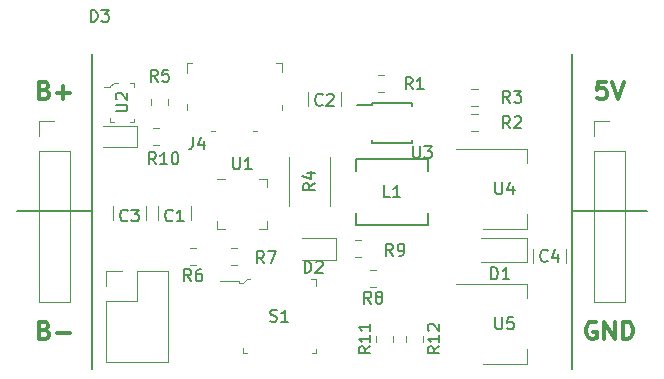
<source format=gbr>
G04 #@! TF.GenerationSoftware,KiCad,Pcbnew,(5.0.1)-3*
G04 #@! TF.CreationDate,2019-12-21T11:02:08-05:00*
G04 #@! TF.ProjectId,BMS Module,424D53204D6F64756C652E6B69636164,rev?*
G04 #@! TF.SameCoordinates,Original*
G04 #@! TF.FileFunction,Legend,Top*
G04 #@! TF.FilePolarity,Positive*
%FSLAX46Y46*%
G04 Gerber Fmt 4.6, Leading zero omitted, Abs format (unit mm)*
G04 Created by KiCad (PCBNEW (5.0.1)-3) date 12/21/2019 11:02:08 AM*
%MOMM*%
%LPD*%
G01*
G04 APERTURE LIST*
%ADD10C,0.300000*%
%ADD11C,0.200000*%
%ADD12C,0.120000*%
%ADD13C,0.150000*%
%ADD14C,0.100000*%
G04 APERTURE END LIST*
D10*
X98238571Y-73552857D02*
X98452857Y-73624285D01*
X98524285Y-73695714D01*
X98595714Y-73838571D01*
X98595714Y-74052857D01*
X98524285Y-74195714D01*
X98452857Y-74267142D01*
X98310000Y-74338571D01*
X97738571Y-74338571D01*
X97738571Y-72838571D01*
X98238571Y-72838571D01*
X98381428Y-72910000D01*
X98452857Y-72981428D01*
X98524285Y-73124285D01*
X98524285Y-73267142D01*
X98452857Y-73410000D01*
X98381428Y-73481428D01*
X98238571Y-73552857D01*
X97738571Y-73552857D01*
X99238571Y-73767142D02*
X100381428Y-73767142D01*
X99810000Y-74338571D02*
X99810000Y-73195714D01*
X98238571Y-93872857D02*
X98452857Y-93944285D01*
X98524285Y-94015714D01*
X98595714Y-94158571D01*
X98595714Y-94372857D01*
X98524285Y-94515714D01*
X98452857Y-94587142D01*
X98310000Y-94658571D01*
X97738571Y-94658571D01*
X97738571Y-93158571D01*
X98238571Y-93158571D01*
X98381428Y-93230000D01*
X98452857Y-93301428D01*
X98524285Y-93444285D01*
X98524285Y-93587142D01*
X98452857Y-93730000D01*
X98381428Y-93801428D01*
X98238571Y-93872857D01*
X97738571Y-93872857D01*
X99238571Y-94087142D02*
X100381428Y-94087142D01*
X144907142Y-93230000D02*
X144764285Y-93158571D01*
X144550000Y-93158571D01*
X144335714Y-93230000D01*
X144192857Y-93372857D01*
X144121428Y-93515714D01*
X144050000Y-93801428D01*
X144050000Y-94015714D01*
X144121428Y-94301428D01*
X144192857Y-94444285D01*
X144335714Y-94587142D01*
X144550000Y-94658571D01*
X144692857Y-94658571D01*
X144907142Y-94587142D01*
X144978571Y-94515714D01*
X144978571Y-94015714D01*
X144692857Y-94015714D01*
X145621428Y-94658571D02*
X145621428Y-93158571D01*
X146478571Y-94658571D01*
X146478571Y-93158571D01*
X147192857Y-94658571D02*
X147192857Y-93158571D01*
X147550000Y-93158571D01*
X147764285Y-93230000D01*
X147907142Y-93372857D01*
X147978571Y-93515714D01*
X148050000Y-93801428D01*
X148050000Y-94015714D01*
X147978571Y-94301428D01*
X147907142Y-94444285D01*
X147764285Y-94587142D01*
X147550000Y-94658571D01*
X147192857Y-94658571D01*
X145764285Y-72838571D02*
X145050000Y-72838571D01*
X144978571Y-73552857D01*
X145050000Y-73481428D01*
X145192857Y-73410000D01*
X145550000Y-73410000D01*
X145692857Y-73481428D01*
X145764285Y-73552857D01*
X145835714Y-73695714D01*
X145835714Y-74052857D01*
X145764285Y-74195714D01*
X145692857Y-74267142D01*
X145550000Y-74338571D01*
X145192857Y-74338571D01*
X145050000Y-74267142D01*
X144978571Y-74195714D01*
X146264285Y-72838571D02*
X146764285Y-74338571D01*
X147264285Y-72838571D01*
D11*
X144780000Y-83820000D02*
X149225000Y-83820000D01*
X142875000Y-83820000D02*
X142875000Y-97155000D01*
X142875000Y-83820000D02*
X142875000Y-70485000D01*
X144780000Y-83820000D02*
X142875000Y-83820000D01*
X100330000Y-83820000D02*
X95885000Y-83820000D01*
X102235000Y-83820000D02*
X102235000Y-97155000D01*
X102235000Y-83820000D02*
X102235000Y-70485000D01*
X100330000Y-83820000D02*
X102235000Y-83820000D01*
D12*
G04 #@! TO.C,C1*
X107860000Y-83347936D02*
X107860000Y-84552064D01*
X110580000Y-83347936D02*
X110580000Y-84552064D01*
G04 #@! TO.C,C2*
X120560000Y-74897064D02*
X120560000Y-73692936D01*
X123280000Y-74897064D02*
X123280000Y-73692936D01*
G04 #@! TO.C,C3*
X104050000Y-83347936D02*
X104050000Y-84552064D01*
X106770000Y-83347936D02*
X106770000Y-84552064D01*
G04 #@! TO.C,C4*
X142330000Y-87027936D02*
X142330000Y-88232064D01*
X139610000Y-87027936D02*
X139610000Y-88232064D01*
G04 #@! TO.C,J7*
X144720000Y-76140000D02*
X146050000Y-76140000D01*
X144720000Y-77470000D02*
X144720000Y-76140000D01*
X144720000Y-78740000D02*
X147380000Y-78740000D01*
X147380000Y-78740000D02*
X147380000Y-91500000D01*
X144720000Y-78740000D02*
X144720000Y-91500000D01*
X144720000Y-91500000D02*
X147380000Y-91500000D01*
G04 #@! TO.C,J2*
X97730000Y-91500000D02*
X100390000Y-91500000D01*
X97730000Y-78740000D02*
X97730000Y-91500000D01*
X100390000Y-78740000D02*
X100390000Y-91500000D01*
X97730000Y-78740000D02*
X100390000Y-78740000D01*
X97730000Y-77470000D02*
X97730000Y-76140000D01*
X97730000Y-76140000D02*
X99060000Y-76140000D01*
G04 #@! TO.C,J5*
X103445000Y-96580000D02*
X108645000Y-96580000D01*
X103445000Y-91440000D02*
X103445000Y-96580000D01*
X108645000Y-88840000D02*
X108645000Y-96580000D01*
X103445000Y-91440000D02*
X106045000Y-91440000D01*
X106045000Y-91440000D02*
X106045000Y-88840000D01*
X106045000Y-88840000D02*
X108645000Y-88840000D01*
X103445000Y-90170000D02*
X103445000Y-88840000D01*
X103445000Y-88840000D02*
X104775000Y-88840000D01*
D13*
G04 #@! TO.C,L1*
X124587000Y-80391000D02*
X124587000Y-79375000D01*
X124587000Y-79375000D02*
X130683000Y-79375000D01*
X130683000Y-79375000D02*
X130683000Y-80391000D01*
X130683000Y-83947000D02*
X130683000Y-84963000D01*
X130683000Y-84963000D02*
X124587000Y-84963000D01*
X124587000Y-84963000D02*
X124587000Y-83947000D01*
D12*
G04 #@! TO.C,D1*
X139029000Y-88122000D02*
X139029000Y-86122000D01*
X139029000Y-86122000D02*
X135129000Y-86122000D01*
X139029000Y-88122000D02*
X135129000Y-88122000D01*
G04 #@! TO.C,D3*
X106025000Y-76560000D02*
X103140000Y-76560000D01*
X106025000Y-78380000D02*
X106025000Y-76560000D01*
X103140000Y-78380000D02*
X106025000Y-78380000D01*
G04 #@! TO.C,D2*
X119977500Y-87905000D02*
X122862500Y-87905000D01*
X122862500Y-87905000D02*
X122862500Y-86085000D01*
X122862500Y-86085000D02*
X119977500Y-86085000D01*
G04 #@! TO.C,U1*
X112815000Y-81065000D02*
X113485000Y-81065000D01*
X112815000Y-85305000D02*
X112815000Y-84635000D01*
X112815000Y-85305000D02*
X113485000Y-85305000D01*
X117055000Y-81065000D02*
X116385000Y-81065000D01*
X117055000Y-81065000D02*
X117055000Y-81735000D01*
X117055000Y-85305000D02*
X116385000Y-85305000D01*
X117055000Y-85305000D02*
X117055000Y-84635000D01*
D13*
G04 #@! TO.C,U3*
X125960000Y-74652000D02*
X125960000Y-74827000D01*
X129310000Y-74652000D02*
X129310000Y-74902000D01*
X129310000Y-78002000D02*
X129310000Y-77752000D01*
X125960000Y-78002000D02*
X125960000Y-77752000D01*
X125960000Y-74652000D02*
X129310000Y-74652000D01*
X125960000Y-78002000D02*
X129310000Y-78002000D01*
X125960000Y-74827000D02*
X124710000Y-74827000D01*
D12*
G04 #@! TO.C,U4*
X133060000Y-78505000D02*
X139070000Y-78505000D01*
X135310000Y-85325000D02*
X139070000Y-85325000D01*
X139070000Y-78505000D02*
X139070000Y-79765000D01*
X139070000Y-85325000D02*
X139070000Y-84065000D01*
G04 #@! TO.C,U5*
X139070000Y-96755000D02*
X139070000Y-95495000D01*
X139070000Y-89935000D02*
X139070000Y-91195000D01*
X135310000Y-96755000D02*
X139070000Y-96755000D01*
X133060000Y-89935000D02*
X139070000Y-89935000D01*
G04 #@! TO.C,R12*
X130250000Y-94356422D02*
X130250000Y-94873578D01*
X128830000Y-94356422D02*
X128830000Y-94873578D01*
G04 #@! TO.C,R11*
X127710000Y-94873578D02*
X127710000Y-94356422D01*
X126290000Y-94873578D02*
X126290000Y-94356422D01*
G04 #@! TO.C,R10*
X107388922Y-76760000D02*
X107906078Y-76760000D01*
X107388922Y-78180000D02*
X107906078Y-78180000D01*
G04 #@! TO.C,R9*
X124533922Y-87705000D02*
X125051078Y-87705000D01*
X124533922Y-86285000D02*
X125051078Y-86285000D01*
G04 #@! TO.C,R7*
X114480078Y-88340000D02*
X113962922Y-88340000D01*
X114480078Y-86920000D02*
X113962922Y-86920000D01*
G04 #@! TO.C,R6*
X111051078Y-86920000D02*
X110533922Y-86920000D01*
X111051078Y-88340000D02*
X110533922Y-88340000D01*
G04 #@! TO.C,R5*
X108660000Y-74338922D02*
X108660000Y-74856078D01*
X107240000Y-74338922D02*
X107240000Y-74856078D01*
G04 #@! TO.C,R3*
X134361422Y-74878000D02*
X134878578Y-74878000D01*
X134361422Y-73458000D02*
X134878578Y-73458000D01*
G04 #@! TO.C,R2*
X134878578Y-77037000D02*
X134361422Y-77037000D01*
X134878578Y-75617000D02*
X134361422Y-75617000D01*
G04 #@! TO.C,R1*
X126926078Y-72315000D02*
X126408922Y-72315000D01*
X126926078Y-73735000D02*
X126408922Y-73735000D01*
G04 #@! TO.C,R8*
X126291078Y-90245000D02*
X125773922Y-90245000D01*
X126291078Y-88825000D02*
X125773922Y-88825000D01*
G04 #@! TO.C,R4*
X118940000Y-83332064D02*
X118940000Y-79227936D01*
X122360000Y-83332064D02*
X122360000Y-79227936D01*
D14*
G04 #@! TO.C,U2*
X105775000Y-73290000D02*
X105775000Y-72965000D01*
X105775000Y-72965000D02*
X105475000Y-72965000D01*
X103775000Y-75940000D02*
X103775000Y-76265000D01*
X103775000Y-76265000D02*
X104075000Y-76265000D01*
X105775000Y-75965000D02*
X105775000Y-76265000D01*
X105775000Y-76265000D02*
X105450000Y-76265000D01*
X104100000Y-72965000D02*
X103775000Y-73190000D01*
X103775000Y-73190000D02*
X103775000Y-73290000D01*
X103775000Y-73290000D02*
X103250000Y-73290000D01*
X104100000Y-72965000D02*
X104475000Y-72965000D01*
G04 #@! TO.C,S1*
X115335000Y-89585000D02*
X115635000Y-89585000D01*
X115335000Y-89585000D02*
X114985000Y-89910000D01*
X114985000Y-89910000D02*
X114685000Y-89910000D01*
X114685000Y-89910000D02*
X114685000Y-89685000D01*
X114685000Y-89685000D02*
X113035000Y-89685000D01*
X121235000Y-90135000D02*
X121235000Y-89585000D01*
X121235000Y-89585000D02*
X120735000Y-89585000D01*
X115385000Y-95835000D02*
X114985000Y-95835000D01*
X114985000Y-95835000D02*
X114985000Y-95435000D01*
X121235000Y-95460000D02*
X121235000Y-95835000D01*
X121235000Y-95835000D02*
X120860000Y-95835000D01*
G04 #@! TO.C,J4*
X110250000Y-75260000D02*
X110250000Y-74760000D01*
X112650000Y-77010000D02*
X112350000Y-77010000D01*
X118350000Y-75260000D02*
X118350000Y-74810000D01*
X116200000Y-77010000D02*
X115900000Y-77010000D01*
X118350000Y-72060000D02*
X118350000Y-71260000D01*
X118350000Y-71260000D02*
X117850000Y-71260000D01*
X110700000Y-71260000D02*
X110250000Y-71260000D01*
X110250000Y-71260000D02*
X110250000Y-72110000D01*
G04 #@! TO.C,C1*
D13*
X109053333Y-84587143D02*
X109005714Y-84634762D01*
X108862857Y-84682381D01*
X108767619Y-84682381D01*
X108624761Y-84634762D01*
X108529523Y-84539524D01*
X108481904Y-84444286D01*
X108434285Y-84253810D01*
X108434285Y-84110953D01*
X108481904Y-83920477D01*
X108529523Y-83825239D01*
X108624761Y-83730001D01*
X108767619Y-83682381D01*
X108862857Y-83682381D01*
X109005714Y-83730001D01*
X109053333Y-83777620D01*
X110005714Y-84682381D02*
X109434285Y-84682381D01*
X109720000Y-84682381D02*
X109720000Y-83682381D01*
X109624761Y-83825239D01*
X109529523Y-83920477D01*
X109434285Y-83968096D01*
G04 #@! TO.C,C2*
X121753333Y-74782142D02*
X121705714Y-74829761D01*
X121562857Y-74877380D01*
X121467619Y-74877380D01*
X121324761Y-74829761D01*
X121229523Y-74734523D01*
X121181904Y-74639285D01*
X121134285Y-74448809D01*
X121134285Y-74305952D01*
X121181904Y-74115476D01*
X121229523Y-74020238D01*
X121324761Y-73925000D01*
X121467619Y-73877380D01*
X121562857Y-73877380D01*
X121705714Y-73925000D01*
X121753333Y-73972619D01*
X122134285Y-73972619D02*
X122181904Y-73925000D01*
X122277142Y-73877380D01*
X122515238Y-73877380D01*
X122610476Y-73925000D01*
X122658095Y-73972619D01*
X122705714Y-74067857D01*
X122705714Y-74163095D01*
X122658095Y-74305952D01*
X122086666Y-74877380D01*
X122705714Y-74877380D01*
G04 #@! TO.C,C3*
X105243333Y-84587143D02*
X105195714Y-84634762D01*
X105052857Y-84682381D01*
X104957619Y-84682381D01*
X104814761Y-84634762D01*
X104719523Y-84539524D01*
X104671904Y-84444286D01*
X104624285Y-84253810D01*
X104624285Y-84110953D01*
X104671904Y-83920477D01*
X104719523Y-83825239D01*
X104814761Y-83730001D01*
X104957619Y-83682381D01*
X105052857Y-83682381D01*
X105195714Y-83730001D01*
X105243333Y-83777620D01*
X105576666Y-83682381D02*
X106195714Y-83682381D01*
X105862380Y-84063334D01*
X106005238Y-84063334D01*
X106100476Y-84110953D01*
X106148095Y-84158572D01*
X106195714Y-84253810D01*
X106195714Y-84491905D01*
X106148095Y-84587143D01*
X106100476Y-84634762D01*
X106005238Y-84682381D01*
X105719523Y-84682381D01*
X105624285Y-84634762D01*
X105576666Y-84587143D01*
G04 #@! TO.C,C4*
X140803333Y-87987142D02*
X140755714Y-88034761D01*
X140612857Y-88082380D01*
X140517619Y-88082380D01*
X140374761Y-88034761D01*
X140279523Y-87939523D01*
X140231904Y-87844285D01*
X140184285Y-87653809D01*
X140184285Y-87510952D01*
X140231904Y-87320476D01*
X140279523Y-87225238D01*
X140374761Y-87130000D01*
X140517619Y-87082380D01*
X140612857Y-87082380D01*
X140755714Y-87130000D01*
X140803333Y-87177619D01*
X141660476Y-87415714D02*
X141660476Y-88082380D01*
X141422380Y-87034761D02*
X141184285Y-87749047D01*
X141803333Y-87749047D01*
G04 #@! TO.C,L1*
X127468333Y-82621380D02*
X126992142Y-82621380D01*
X126992142Y-81621380D01*
X128325476Y-82621380D02*
X127754047Y-82621380D01*
X128039761Y-82621380D02*
X128039761Y-81621380D01*
X127944523Y-81764238D01*
X127849285Y-81859476D01*
X127754047Y-81907095D01*
G04 #@! TO.C,D1*
X136040904Y-89574380D02*
X136040904Y-88574380D01*
X136279000Y-88574380D01*
X136421857Y-88622000D01*
X136517095Y-88717238D01*
X136564714Y-88812476D01*
X136612333Y-89002952D01*
X136612333Y-89145809D01*
X136564714Y-89336285D01*
X136517095Y-89431523D01*
X136421857Y-89526761D01*
X136279000Y-89574380D01*
X136040904Y-89574380D01*
X137564714Y-89574380D02*
X136993285Y-89574380D01*
X137279000Y-89574380D02*
X137279000Y-88574380D01*
X137183761Y-88717238D01*
X137088523Y-88812476D01*
X136993285Y-88860095D01*
G04 #@! TO.C,D3*
X102131904Y-67762380D02*
X102131904Y-66762380D01*
X102370000Y-66762380D01*
X102512857Y-66810000D01*
X102608095Y-66905238D01*
X102655714Y-67000476D01*
X102703333Y-67190952D01*
X102703333Y-67333809D01*
X102655714Y-67524285D01*
X102608095Y-67619523D01*
X102512857Y-67714761D01*
X102370000Y-67762380D01*
X102131904Y-67762380D01*
X103036666Y-66762380D02*
X103655714Y-66762380D01*
X103322380Y-67143333D01*
X103465238Y-67143333D01*
X103560476Y-67190952D01*
X103608095Y-67238571D01*
X103655714Y-67333809D01*
X103655714Y-67571904D01*
X103608095Y-67667142D01*
X103560476Y-67714761D01*
X103465238Y-67762380D01*
X103179523Y-67762380D01*
X103084285Y-67714761D01*
X103036666Y-67667142D01*
G04 #@! TO.C,D2*
X120239404Y-89047380D02*
X120239404Y-88047380D01*
X120477500Y-88047380D01*
X120620357Y-88095000D01*
X120715595Y-88190238D01*
X120763214Y-88285476D01*
X120810833Y-88475952D01*
X120810833Y-88618809D01*
X120763214Y-88809285D01*
X120715595Y-88904523D01*
X120620357Y-88999761D01*
X120477500Y-89047380D01*
X120239404Y-89047380D01*
X121191785Y-88142619D02*
X121239404Y-88095000D01*
X121334642Y-88047380D01*
X121572738Y-88047380D01*
X121667976Y-88095000D01*
X121715595Y-88142619D01*
X121763214Y-88237857D01*
X121763214Y-88333095D01*
X121715595Y-88475952D01*
X121144166Y-89047380D01*
X121763214Y-89047380D01*
G04 #@! TO.C,U1*
X114173095Y-79262380D02*
X114173095Y-80071904D01*
X114220714Y-80167142D01*
X114268333Y-80214761D01*
X114363571Y-80262380D01*
X114554047Y-80262380D01*
X114649285Y-80214761D01*
X114696904Y-80167142D01*
X114744523Y-80071904D01*
X114744523Y-79262380D01*
X115744523Y-80262380D02*
X115173095Y-80262380D01*
X115458809Y-80262380D02*
X115458809Y-79262380D01*
X115363571Y-79405238D01*
X115268333Y-79500476D01*
X115173095Y-79548095D01*
G04 #@! TO.C,U3*
X129413095Y-78319380D02*
X129413095Y-79128904D01*
X129460714Y-79224142D01*
X129508333Y-79271761D01*
X129603571Y-79319380D01*
X129794047Y-79319380D01*
X129889285Y-79271761D01*
X129936904Y-79224142D01*
X129984523Y-79128904D01*
X129984523Y-78319380D01*
X130365476Y-78319380D02*
X130984523Y-78319380D01*
X130651190Y-78700333D01*
X130794047Y-78700333D01*
X130889285Y-78747952D01*
X130936904Y-78795571D01*
X130984523Y-78890809D01*
X130984523Y-79128904D01*
X130936904Y-79224142D01*
X130889285Y-79271761D01*
X130794047Y-79319380D01*
X130508333Y-79319380D01*
X130413095Y-79271761D01*
X130365476Y-79224142D01*
G04 #@! TO.C,U4*
X136398095Y-81367380D02*
X136398095Y-82176904D01*
X136445714Y-82272142D01*
X136493333Y-82319761D01*
X136588571Y-82367380D01*
X136779047Y-82367380D01*
X136874285Y-82319761D01*
X136921904Y-82272142D01*
X136969523Y-82176904D01*
X136969523Y-81367380D01*
X137874285Y-81700714D02*
X137874285Y-82367380D01*
X137636190Y-81319761D02*
X137398095Y-82034047D01*
X138017142Y-82034047D01*
G04 #@! TO.C,U5*
X136398095Y-92797380D02*
X136398095Y-93606904D01*
X136445714Y-93702142D01*
X136493333Y-93749761D01*
X136588571Y-93797380D01*
X136779047Y-93797380D01*
X136874285Y-93749761D01*
X136921904Y-93702142D01*
X136969523Y-93606904D01*
X136969523Y-92797380D01*
X137921904Y-92797380D02*
X137445714Y-92797380D01*
X137398095Y-93273571D01*
X137445714Y-93225952D01*
X137540952Y-93178333D01*
X137779047Y-93178333D01*
X137874285Y-93225952D01*
X137921904Y-93273571D01*
X137969523Y-93368809D01*
X137969523Y-93606904D01*
X137921904Y-93702142D01*
X137874285Y-93749761D01*
X137779047Y-93797380D01*
X137540952Y-93797380D01*
X137445714Y-93749761D01*
X137398095Y-93702142D01*
G04 #@! TO.C,R12*
X131642380Y-95257857D02*
X131166190Y-95591190D01*
X131642380Y-95829285D02*
X130642380Y-95829285D01*
X130642380Y-95448333D01*
X130690000Y-95353095D01*
X130737619Y-95305476D01*
X130832857Y-95257857D01*
X130975714Y-95257857D01*
X131070952Y-95305476D01*
X131118571Y-95353095D01*
X131166190Y-95448333D01*
X131166190Y-95829285D01*
X131642380Y-94305476D02*
X131642380Y-94876904D01*
X131642380Y-94591190D02*
X130642380Y-94591190D01*
X130785238Y-94686428D01*
X130880476Y-94781666D01*
X130928095Y-94876904D01*
X130737619Y-93924523D02*
X130690000Y-93876904D01*
X130642380Y-93781666D01*
X130642380Y-93543571D01*
X130690000Y-93448333D01*
X130737619Y-93400714D01*
X130832857Y-93353095D01*
X130928095Y-93353095D01*
X131070952Y-93400714D01*
X131642380Y-93972142D01*
X131642380Y-93353095D01*
G04 #@! TO.C,R11*
X125802380Y-95257857D02*
X125326190Y-95591190D01*
X125802380Y-95829285D02*
X124802380Y-95829285D01*
X124802380Y-95448333D01*
X124850000Y-95353095D01*
X124897619Y-95305476D01*
X124992857Y-95257857D01*
X125135714Y-95257857D01*
X125230952Y-95305476D01*
X125278571Y-95353095D01*
X125326190Y-95448333D01*
X125326190Y-95829285D01*
X125802380Y-94305476D02*
X125802380Y-94876904D01*
X125802380Y-94591190D02*
X124802380Y-94591190D01*
X124945238Y-94686428D01*
X125040476Y-94781666D01*
X125088095Y-94876904D01*
X125802380Y-93353095D02*
X125802380Y-93924523D01*
X125802380Y-93638809D02*
X124802380Y-93638809D01*
X124945238Y-93734047D01*
X125040476Y-93829285D01*
X125088095Y-93924523D01*
G04 #@! TO.C,R10*
X107639642Y-79827380D02*
X107306309Y-79351190D01*
X107068214Y-79827380D02*
X107068214Y-78827380D01*
X107449166Y-78827380D01*
X107544404Y-78875000D01*
X107592023Y-78922619D01*
X107639642Y-79017857D01*
X107639642Y-79160714D01*
X107592023Y-79255952D01*
X107544404Y-79303571D01*
X107449166Y-79351190D01*
X107068214Y-79351190D01*
X108592023Y-79827380D02*
X108020595Y-79827380D01*
X108306309Y-79827380D02*
X108306309Y-78827380D01*
X108211071Y-78970238D01*
X108115833Y-79065476D01*
X108020595Y-79113095D01*
X109211071Y-78827380D02*
X109306309Y-78827380D01*
X109401547Y-78875000D01*
X109449166Y-78922619D01*
X109496785Y-79017857D01*
X109544404Y-79208333D01*
X109544404Y-79446428D01*
X109496785Y-79636904D01*
X109449166Y-79732142D01*
X109401547Y-79779761D01*
X109306309Y-79827380D01*
X109211071Y-79827380D01*
X109115833Y-79779761D01*
X109068214Y-79732142D01*
X109020595Y-79636904D01*
X108972976Y-79446428D01*
X108972976Y-79208333D01*
X109020595Y-79017857D01*
X109068214Y-78922619D01*
X109115833Y-78875000D01*
X109211071Y-78827380D01*
G04 #@! TO.C,R9*
X127722333Y-87574380D02*
X127389000Y-87098190D01*
X127150904Y-87574380D02*
X127150904Y-86574380D01*
X127531857Y-86574380D01*
X127627095Y-86622000D01*
X127674714Y-86669619D01*
X127722333Y-86764857D01*
X127722333Y-86907714D01*
X127674714Y-87002952D01*
X127627095Y-87050571D01*
X127531857Y-87098190D01*
X127150904Y-87098190D01*
X128198523Y-87574380D02*
X128389000Y-87574380D01*
X128484238Y-87526761D01*
X128531857Y-87479142D01*
X128627095Y-87336285D01*
X128674714Y-87145809D01*
X128674714Y-86764857D01*
X128627095Y-86669619D01*
X128579476Y-86622000D01*
X128484238Y-86574380D01*
X128293761Y-86574380D01*
X128198523Y-86622000D01*
X128150904Y-86669619D01*
X128103285Y-86764857D01*
X128103285Y-87002952D01*
X128150904Y-87098190D01*
X128198523Y-87145809D01*
X128293761Y-87193428D01*
X128484238Y-87193428D01*
X128579476Y-87145809D01*
X128627095Y-87098190D01*
X128674714Y-87002952D01*
G04 #@! TO.C,R7*
X116800333Y-88209380D02*
X116467000Y-87733190D01*
X116228904Y-88209380D02*
X116228904Y-87209380D01*
X116609857Y-87209380D01*
X116705095Y-87257000D01*
X116752714Y-87304619D01*
X116800333Y-87399857D01*
X116800333Y-87542714D01*
X116752714Y-87637952D01*
X116705095Y-87685571D01*
X116609857Y-87733190D01*
X116228904Y-87733190D01*
X117133666Y-87209380D02*
X117800333Y-87209380D01*
X117371761Y-88209380D01*
G04 #@! TO.C,R6*
X110625833Y-89732380D02*
X110292500Y-89256190D01*
X110054404Y-89732380D02*
X110054404Y-88732380D01*
X110435357Y-88732380D01*
X110530595Y-88780000D01*
X110578214Y-88827619D01*
X110625833Y-88922857D01*
X110625833Y-89065714D01*
X110578214Y-89160952D01*
X110530595Y-89208571D01*
X110435357Y-89256190D01*
X110054404Y-89256190D01*
X111482976Y-88732380D02*
X111292500Y-88732380D01*
X111197261Y-88780000D01*
X111149642Y-88827619D01*
X111054404Y-88970476D01*
X111006785Y-89160952D01*
X111006785Y-89541904D01*
X111054404Y-89637142D01*
X111102023Y-89684761D01*
X111197261Y-89732380D01*
X111387738Y-89732380D01*
X111482976Y-89684761D01*
X111530595Y-89637142D01*
X111578214Y-89541904D01*
X111578214Y-89303809D01*
X111530595Y-89208571D01*
X111482976Y-89160952D01*
X111387738Y-89113333D01*
X111197261Y-89113333D01*
X111102023Y-89160952D01*
X111054404Y-89208571D01*
X111006785Y-89303809D01*
G04 #@! TO.C,R5*
X107783333Y-72842380D02*
X107450000Y-72366190D01*
X107211904Y-72842380D02*
X107211904Y-71842380D01*
X107592857Y-71842380D01*
X107688095Y-71890000D01*
X107735714Y-71937619D01*
X107783333Y-72032857D01*
X107783333Y-72175714D01*
X107735714Y-72270952D01*
X107688095Y-72318571D01*
X107592857Y-72366190D01*
X107211904Y-72366190D01*
X108688095Y-71842380D02*
X108211904Y-71842380D01*
X108164285Y-72318571D01*
X108211904Y-72270952D01*
X108307142Y-72223333D01*
X108545238Y-72223333D01*
X108640476Y-72270952D01*
X108688095Y-72318571D01*
X108735714Y-72413809D01*
X108735714Y-72651904D01*
X108688095Y-72747142D01*
X108640476Y-72794761D01*
X108545238Y-72842380D01*
X108307142Y-72842380D01*
X108211904Y-72794761D01*
X108164285Y-72747142D01*
G04 #@! TO.C,R3*
X137628333Y-74620380D02*
X137295000Y-74144190D01*
X137056904Y-74620380D02*
X137056904Y-73620380D01*
X137437857Y-73620380D01*
X137533095Y-73668000D01*
X137580714Y-73715619D01*
X137628333Y-73810857D01*
X137628333Y-73953714D01*
X137580714Y-74048952D01*
X137533095Y-74096571D01*
X137437857Y-74144190D01*
X137056904Y-74144190D01*
X137961666Y-73620380D02*
X138580714Y-73620380D01*
X138247380Y-74001333D01*
X138390238Y-74001333D01*
X138485476Y-74048952D01*
X138533095Y-74096571D01*
X138580714Y-74191809D01*
X138580714Y-74429904D01*
X138533095Y-74525142D01*
X138485476Y-74572761D01*
X138390238Y-74620380D01*
X138104523Y-74620380D01*
X138009285Y-74572761D01*
X137961666Y-74525142D01*
G04 #@! TO.C,R2*
X137628333Y-76779380D02*
X137295000Y-76303190D01*
X137056904Y-76779380D02*
X137056904Y-75779380D01*
X137437857Y-75779380D01*
X137533095Y-75827000D01*
X137580714Y-75874619D01*
X137628333Y-75969857D01*
X137628333Y-76112714D01*
X137580714Y-76207952D01*
X137533095Y-76255571D01*
X137437857Y-76303190D01*
X137056904Y-76303190D01*
X138009285Y-75874619D02*
X138056904Y-75827000D01*
X138152142Y-75779380D01*
X138390238Y-75779380D01*
X138485476Y-75827000D01*
X138533095Y-75874619D01*
X138580714Y-75969857D01*
X138580714Y-76065095D01*
X138533095Y-76207952D01*
X137961666Y-76779380D01*
X138580714Y-76779380D01*
G04 #@! TO.C,R1*
X129373333Y-73477380D02*
X129040000Y-73001190D01*
X128801904Y-73477380D02*
X128801904Y-72477380D01*
X129182857Y-72477380D01*
X129278095Y-72525000D01*
X129325714Y-72572619D01*
X129373333Y-72667857D01*
X129373333Y-72810714D01*
X129325714Y-72905952D01*
X129278095Y-72953571D01*
X129182857Y-73001190D01*
X128801904Y-73001190D01*
X130325714Y-73477380D02*
X129754285Y-73477380D01*
X130040000Y-73477380D02*
X130040000Y-72477380D01*
X129944761Y-72620238D01*
X129849523Y-72715476D01*
X129754285Y-72763095D01*
G04 #@! TO.C,R8*
X125865833Y-91637380D02*
X125532500Y-91161190D01*
X125294404Y-91637380D02*
X125294404Y-90637380D01*
X125675357Y-90637380D01*
X125770595Y-90685000D01*
X125818214Y-90732619D01*
X125865833Y-90827857D01*
X125865833Y-90970714D01*
X125818214Y-91065952D01*
X125770595Y-91113571D01*
X125675357Y-91161190D01*
X125294404Y-91161190D01*
X126437261Y-91065952D02*
X126342023Y-91018333D01*
X126294404Y-90970714D01*
X126246785Y-90875476D01*
X126246785Y-90827857D01*
X126294404Y-90732619D01*
X126342023Y-90685000D01*
X126437261Y-90637380D01*
X126627738Y-90637380D01*
X126722976Y-90685000D01*
X126770595Y-90732619D01*
X126818214Y-90827857D01*
X126818214Y-90875476D01*
X126770595Y-90970714D01*
X126722976Y-91018333D01*
X126627738Y-91065952D01*
X126437261Y-91065952D01*
X126342023Y-91113571D01*
X126294404Y-91161190D01*
X126246785Y-91256428D01*
X126246785Y-91446904D01*
X126294404Y-91542142D01*
X126342023Y-91589761D01*
X126437261Y-91637380D01*
X126627738Y-91637380D01*
X126722976Y-91589761D01*
X126770595Y-91542142D01*
X126818214Y-91446904D01*
X126818214Y-91256428D01*
X126770595Y-91161190D01*
X126722976Y-91113571D01*
X126627738Y-91065952D01*
G04 #@! TO.C,R4*
X121102380Y-81446666D02*
X120626190Y-81780000D01*
X121102380Y-82018095D02*
X120102380Y-82018095D01*
X120102380Y-81637142D01*
X120150000Y-81541904D01*
X120197619Y-81494285D01*
X120292857Y-81446666D01*
X120435714Y-81446666D01*
X120530952Y-81494285D01*
X120578571Y-81541904D01*
X120626190Y-81637142D01*
X120626190Y-82018095D01*
X120435714Y-80589523D02*
X121102380Y-80589523D01*
X120054761Y-80827619D02*
X120769047Y-81065714D01*
X120769047Y-80446666D01*
G04 #@! TO.C,U2*
X104227380Y-75351904D02*
X105036904Y-75351904D01*
X105132142Y-75304285D01*
X105179761Y-75256666D01*
X105227380Y-75161428D01*
X105227380Y-74970952D01*
X105179761Y-74875714D01*
X105132142Y-74828095D01*
X105036904Y-74780476D01*
X104227380Y-74780476D01*
X104322619Y-74351904D02*
X104275000Y-74304285D01*
X104227380Y-74209047D01*
X104227380Y-73970952D01*
X104275000Y-73875714D01*
X104322619Y-73828095D01*
X104417857Y-73780476D01*
X104513095Y-73780476D01*
X104655952Y-73828095D01*
X105227380Y-74399523D01*
X105227380Y-73780476D01*
G04 #@! TO.C,S1*
X117318095Y-93114761D02*
X117460952Y-93162380D01*
X117699047Y-93162380D01*
X117794285Y-93114761D01*
X117841904Y-93067142D01*
X117889523Y-92971904D01*
X117889523Y-92876666D01*
X117841904Y-92781428D01*
X117794285Y-92733809D01*
X117699047Y-92686190D01*
X117508571Y-92638571D01*
X117413333Y-92590952D01*
X117365714Y-92543333D01*
X117318095Y-92448095D01*
X117318095Y-92352857D01*
X117365714Y-92257619D01*
X117413333Y-92210000D01*
X117508571Y-92162380D01*
X117746666Y-92162380D01*
X117889523Y-92210000D01*
X118841904Y-93162380D02*
X118270476Y-93162380D01*
X118556190Y-93162380D02*
X118556190Y-92162380D01*
X118460952Y-92305238D01*
X118365714Y-92400476D01*
X118270476Y-92448095D01*
G04 #@! TO.C,J4*
X110791666Y-77557380D02*
X110791666Y-78271666D01*
X110744047Y-78414523D01*
X110648809Y-78509761D01*
X110505952Y-78557380D01*
X110410714Y-78557380D01*
X111696428Y-77890714D02*
X111696428Y-78557380D01*
X111458333Y-77509761D02*
X111220238Y-78224047D01*
X111839285Y-78224047D01*
G04 #@! TD*
M02*

</source>
